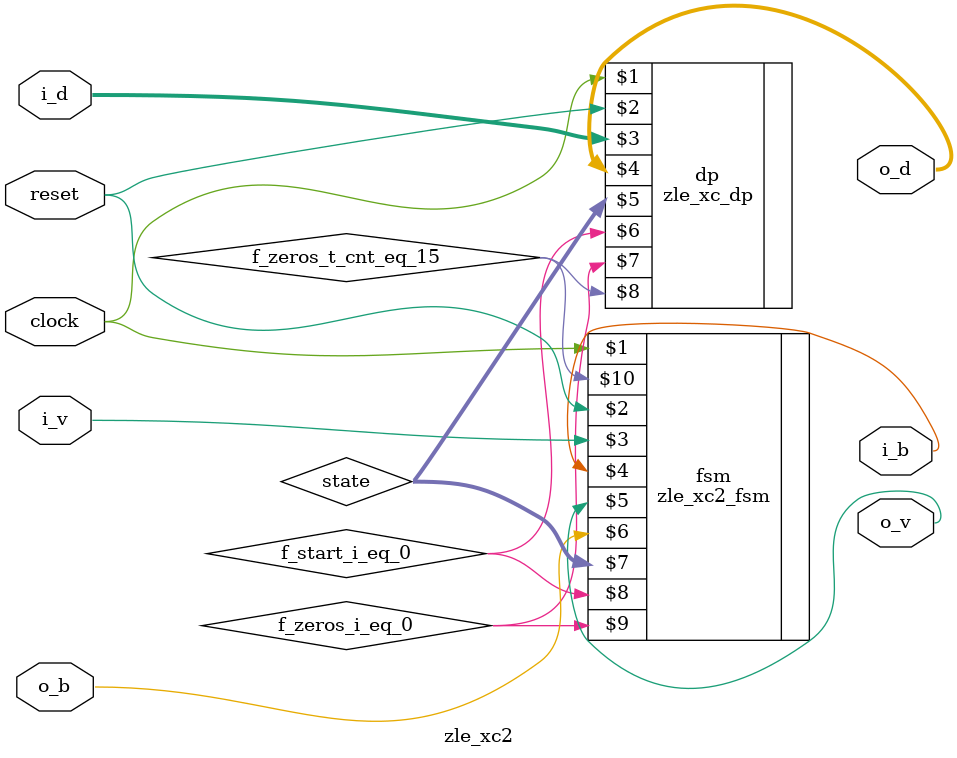
<source format=v>

`include "zle_xc2_fsm.v"
`include "zle_xc_dp.v"

module zle_xc2 (clock, reset,  i_d, i_v, i_b,  o_d, o_v, o_b);
   
   input  clock, reset;
   input  [2:0] i_d;	input  i_v;	output i_b;	// - input  stream i
   output [3:0] o_d;	output o_v;	input  o_b;	// - output stream o

   wire [3:0] 	state;				// - state to datapath
   wire 	f_start_i_eq_0,
		f_zeros_i_eq_0,
		f_zeros_t_cnt_eq_15;		// - flags from datapath
   
   zle_xc2_fsm fsm (clock, reset,  i_v, i_b,  o_v, o_b,  state,
		    f_start_i_eq_0, f_zeros_i_eq_0, f_zeros_t_cnt_eq_15);
   
   zle_xc_dp   dp  (clock, reset, i_d, o_d, state,
		    f_start_i_eq_0, f_zeros_i_eq_0, f_zeros_t_cnt_eq_15);

endmodule // zle_xc2

</source>
